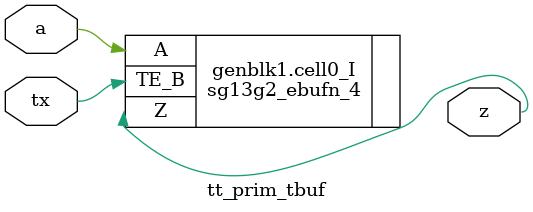
<source format=v>
/*
 * tt_prim_tbuf.v
 *
 * TT Primitive
 * Tristate buffer, polarity variable ... see tt_prim_tbuf_pol
 *
 * Copyright (c) 2024 Sylvain Munaut <tnt@246tNt.com>
 * SPDX-License-Identifier: Apache-2.0
 */

`default_nettype none

module tt_prim_tbuf #(
	parameter integer HIGH_DRIVE = 0
)(
	input  wire a,
	input  wire tx,
	output wire z
);

	generate
		if (HIGH_DRIVE) begin
			sg13g2_ebufn_8 cell0_I (
				.A    (a),
				.TE_B (tx),
				.Z    (z)
			);
		end else begin
			sg13g2_ebufn_4 cell0_I (
				.A    (a),
				.TE_B (tx),
				.Z    (z)
			);
		end
	endgenerate

endmodule // tt_prim_tbuf

</source>
